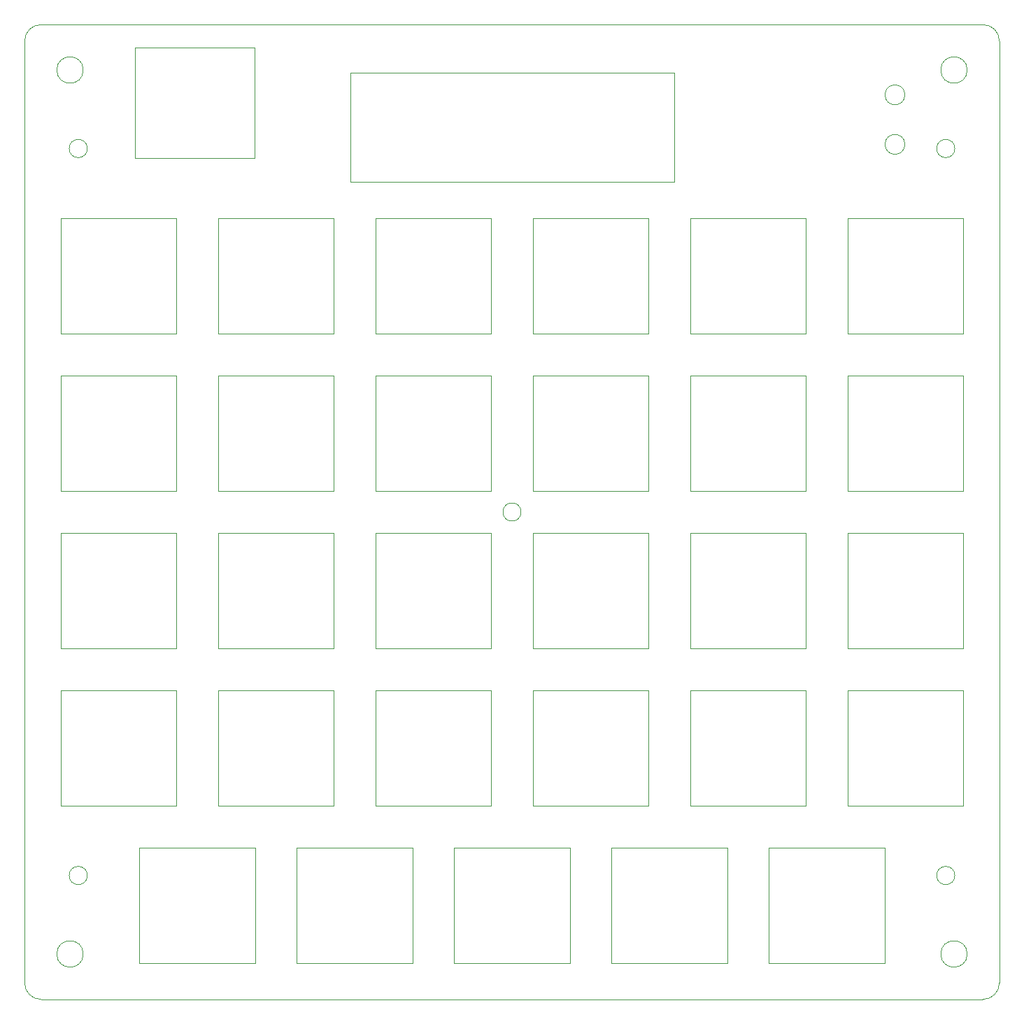
<source format=gbr>
%TF.GenerationSoftware,KiCad,Pcbnew,8.0.4*%
%TF.CreationDate,2024-09-16T13:52:17+09:00*%
%TF.ProjectId,yuiop29re-topplate,7975696f-7032-4397-9265-2d746f70706c,1*%
%TF.SameCoordinates,Original*%
%TF.FileFunction,Profile,NP*%
%FSLAX46Y46*%
G04 Gerber Fmt 4.6, Leading zero omitted, Abs format (unit mm)*
G04 Created by KiCad (PCBNEW 8.0.4) date 2024-09-16 13:52:17*
%MOMM*%
%LPD*%
G01*
G04 APERTURE LIST*
%TA.AperFunction,Profile*%
%ADD10C,0.050000*%
%TD*%
%TA.AperFunction,Profile*%
%ADD11C,0.120000*%
%TD*%
G04 APERTURE END LIST*
D10*
X130400000Y-46800000D02*
X169600000Y-46800000D01*
X169600000Y-60000000D01*
X130400000Y-60000000D01*
X130400000Y-46800000D01*
X197555000Y-55502000D02*
G75*
G02*
X195155000Y-55502000I-1200000J0D01*
G01*
X195155000Y-55502000D02*
G75*
G02*
X197555000Y-55502000I1200000J0D01*
G01*
X203600000Y-144000000D02*
G75*
G02*
X201400000Y-144000000I-1100000J0D01*
G01*
X201400000Y-144000000D02*
G75*
G02*
X203600000Y-144000000I1100000J0D01*
G01*
X151100000Y-100000000D02*
G75*
G02*
X148900000Y-100000000I-1100000J0D01*
G01*
X148900000Y-100000000D02*
G75*
G02*
X151100000Y-100000000I1100000J0D01*
G01*
X209000000Y-157000000D02*
G75*
G02*
X207000000Y-159000000I-2000000J0D01*
G01*
X205100000Y-153500000D02*
G75*
G02*
X201900000Y-153500000I-1600000J0D01*
G01*
X201900000Y-153500000D02*
G75*
G02*
X205100000Y-153500000I1600000J0D01*
G01*
X91000000Y-157000000D02*
X91000000Y-43000000D01*
X98100000Y-46500000D02*
G75*
G02*
X94900000Y-46500000I-1600000J0D01*
G01*
X94900000Y-46500000D02*
G75*
G02*
X98100000Y-46500000I1600000J0D01*
G01*
X98600000Y-144000000D02*
G75*
G02*
X96400000Y-144000000I-1100000J0D01*
G01*
X96400000Y-144000000D02*
G75*
G02*
X98600000Y-144000000I1100000J0D01*
G01*
X203600000Y-56000000D02*
G75*
G02*
X201400000Y-56000000I-1100000J0D01*
G01*
X201400000Y-56000000D02*
G75*
G02*
X203600000Y-56000000I1100000J0D01*
G01*
X207000000Y-41000000D02*
G75*
G02*
X209000000Y-43000000I0J-2000000D01*
G01*
X98600000Y-56000000D02*
G75*
G02*
X96400000Y-56000000I-1100000J0D01*
G01*
X96400000Y-56000000D02*
G75*
G02*
X98600000Y-56000000I1100000J0D01*
G01*
X104400000Y-43800000D02*
X118800000Y-43800000D01*
X118800000Y-57200000D01*
X104400000Y-57200000D01*
X104400000Y-43800000D01*
X197555000Y-49502000D02*
G75*
G02*
X195155000Y-49502000I-1200000J0D01*
G01*
X195155000Y-49502000D02*
G75*
G02*
X197555000Y-49502000I1200000J0D01*
G01*
X93000000Y-41000000D02*
X207000000Y-41000000D01*
X209000000Y-43000000D02*
X209000000Y-157000000D01*
X91000000Y-43000000D02*
G75*
G02*
X93000000Y-41000000I2000000J0D01*
G01*
X93000000Y-159000000D02*
G75*
G02*
X91000000Y-157000000I0J2000000D01*
G01*
X205100000Y-46500000D02*
G75*
G02*
X201900000Y-46500000I-1600000J0D01*
G01*
X201900000Y-46500000D02*
G75*
G02*
X205100000Y-46500000I1600000J0D01*
G01*
X98100000Y-153500000D02*
G75*
G02*
X94900000Y-153500000I-1600000J0D01*
G01*
X94900000Y-153500000D02*
G75*
G02*
X98100000Y-153500000I1600000J0D01*
G01*
X207000000Y-159000000D02*
X93000000Y-159000000D01*
D11*
%TO.C,KSW12*%
X190614600Y-83464600D02*
X190614600Y-97485400D01*
X190614600Y-97485400D02*
X204635400Y-97485400D01*
X204635400Y-83464600D02*
X190614600Y-83464600D01*
X204635400Y-97485400D02*
X204635400Y-83464600D01*
%TO.C,KSW21*%
X133464600Y-121564600D02*
X133464600Y-135585400D01*
X133464600Y-135585400D02*
X147485400Y-135585400D01*
X147485400Y-121564600D02*
X133464600Y-121564600D01*
X147485400Y-135585400D02*
X147485400Y-121564600D01*
%TO.C,KSW16*%
X152514600Y-102514600D02*
X152514600Y-116535400D01*
X152514600Y-116535400D02*
X166535400Y-116535400D01*
X166535400Y-102514600D02*
X152514600Y-102514600D01*
X166535400Y-116535400D02*
X166535400Y-102514600D01*
%TO.C,KSW11*%
X171564600Y-83464600D02*
X171564600Y-97485400D01*
X171564600Y-97485400D02*
X185585400Y-97485400D01*
X185585400Y-83464600D02*
X171564600Y-83464600D01*
X185585400Y-97485400D02*
X185585400Y-83464600D01*
%TO.C,KSW15*%
X133464600Y-102514600D02*
X133464600Y-116535400D01*
X133464600Y-116535400D02*
X147485400Y-116535400D01*
X147485400Y-102514600D02*
X133464600Y-102514600D01*
X147485400Y-116535400D02*
X147485400Y-102514600D01*
%TO.C,KSW9*%
X133464600Y-83464600D02*
X133464600Y-97485400D01*
X133464600Y-97485400D02*
X147485400Y-97485400D01*
X147485400Y-83464600D02*
X133464600Y-83464600D01*
X147485400Y-97485400D02*
X147485400Y-83464600D01*
%TO.C,KSW18*%
X190614600Y-102514600D02*
X190614600Y-116535400D01*
X190614600Y-116535400D02*
X204635400Y-116535400D01*
X204635400Y-102514600D02*
X190614600Y-102514600D01*
X204635400Y-116535400D02*
X204635400Y-102514600D01*
%TO.C,KSW1*%
X95364600Y-64414600D02*
X95364600Y-78435400D01*
X95364600Y-78435400D02*
X109385400Y-78435400D01*
X109385400Y-64414600D02*
X95364600Y-64414600D01*
X109385400Y-78435400D02*
X109385400Y-64414600D01*
%TO.C,KSW27*%
X142989600Y-140614600D02*
X142989600Y-154635400D01*
X142989600Y-154635400D02*
X157010400Y-154635400D01*
X157010400Y-140614600D02*
X142989600Y-140614600D01*
X157010400Y-154635400D02*
X157010400Y-140614600D01*
%TO.C,KSW24*%
X190614600Y-121564600D02*
X190614600Y-135585400D01*
X190614600Y-135585400D02*
X204635400Y-135585400D01*
X204635400Y-121564600D02*
X190614600Y-121564600D01*
X204635400Y-135585400D02*
X204635400Y-121564600D01*
%TO.C,KSW28*%
X162039600Y-140614600D02*
X162039600Y-154635400D01*
X162039600Y-154635400D02*
X176060400Y-154635400D01*
X176060400Y-140614600D02*
X162039600Y-140614600D01*
X176060400Y-154635400D02*
X176060400Y-140614600D01*
%TO.C,KSW25*%
X104889600Y-140614600D02*
X104889600Y-154635400D01*
X104889600Y-154635400D02*
X118910400Y-154635400D01*
X118910400Y-140614600D02*
X104889600Y-140614600D01*
X118910400Y-154635400D02*
X118910400Y-140614600D01*
%TO.C,KSW10*%
X152514600Y-83464600D02*
X152514600Y-97485400D01*
X152514600Y-97485400D02*
X166535400Y-97485400D01*
X166535400Y-83464600D02*
X152514600Y-83464600D01*
X166535400Y-97485400D02*
X166535400Y-83464600D01*
%TO.C,KSW19*%
X95364600Y-121564600D02*
X95364600Y-135585400D01*
X95364600Y-135585400D02*
X109385400Y-135585400D01*
X109385400Y-121564600D02*
X95364600Y-121564600D01*
X109385400Y-135585400D02*
X109385400Y-121564600D01*
%TO.C,KSW4*%
X152514600Y-64414600D02*
X152514600Y-78435400D01*
X152514600Y-78435400D02*
X166535400Y-78435400D01*
X166535400Y-64414600D02*
X152514600Y-64414600D01*
X166535400Y-78435400D02*
X166535400Y-64414600D01*
%TO.C,KSW22*%
X152514600Y-121564600D02*
X152514600Y-135585400D01*
X152514600Y-135585400D02*
X166535400Y-135585400D01*
X166535400Y-121564600D02*
X152514600Y-121564600D01*
X166535400Y-135585400D02*
X166535400Y-121564600D01*
%TO.C,KSW14*%
X114414600Y-102514600D02*
X114414600Y-116535400D01*
X114414600Y-116535400D02*
X128435400Y-116535400D01*
X128435400Y-102514600D02*
X114414600Y-102514600D01*
X128435400Y-116535400D02*
X128435400Y-102514600D01*
%TO.C,KSW20*%
X114414600Y-121564600D02*
X114414600Y-135585400D01*
X114414600Y-135585400D02*
X128435400Y-135585400D01*
X128435400Y-121564600D02*
X114414600Y-121564600D01*
X128435400Y-135585400D02*
X128435400Y-121564600D01*
%TO.C,KSW13*%
X95364600Y-102514600D02*
X95364600Y-116535400D01*
X95364600Y-116535400D02*
X109385400Y-116535400D01*
X109385400Y-102514600D02*
X95364600Y-102514600D01*
X109385400Y-116535400D02*
X109385400Y-102514600D01*
%TO.C,KSW23*%
X171564600Y-121564600D02*
X171564600Y-135585400D01*
X171564600Y-135585400D02*
X185585400Y-135585400D01*
X185585400Y-121564600D02*
X171564600Y-121564600D01*
X185585400Y-135585400D02*
X185585400Y-121564600D01*
%TO.C,KSW29*%
X181089600Y-140614600D02*
X181089600Y-154635400D01*
X181089600Y-154635400D02*
X195110400Y-154635400D01*
X195110400Y-140614600D02*
X181089600Y-140614600D01*
X195110400Y-154635400D02*
X195110400Y-140614600D01*
%TO.C,KSW6*%
X190614600Y-64414600D02*
X190614600Y-78435400D01*
X190614600Y-78435400D02*
X204635400Y-78435400D01*
X204635400Y-64414600D02*
X190614600Y-64414600D01*
X204635400Y-78435400D02*
X204635400Y-64414600D01*
%TO.C,KSW2*%
X114414600Y-64414600D02*
X114414600Y-78435400D01*
X114414600Y-78435400D02*
X128435400Y-78435400D01*
X128435400Y-64414600D02*
X114414600Y-64414600D01*
X128435400Y-78435400D02*
X128435400Y-64414600D01*
%TO.C,KSW3*%
X133464600Y-64414600D02*
X133464600Y-78435400D01*
X133464600Y-78435400D02*
X147485400Y-78435400D01*
X147485400Y-64414600D02*
X133464600Y-64414600D01*
X147485400Y-78435400D02*
X147485400Y-64414600D01*
%TO.C,KSW17*%
X171564600Y-102514600D02*
X171564600Y-116535400D01*
X171564600Y-116535400D02*
X185585400Y-116535400D01*
X185585400Y-102514600D02*
X171564600Y-102514600D01*
X185585400Y-116535400D02*
X185585400Y-102514600D01*
%TO.C,KSW7*%
X95364600Y-83464600D02*
X95364600Y-97485400D01*
X95364600Y-97485400D02*
X109385400Y-97485400D01*
X109385400Y-83464600D02*
X95364600Y-83464600D01*
X109385400Y-97485400D02*
X109385400Y-83464600D01*
%TO.C,KSW5*%
X171564600Y-64414600D02*
X171564600Y-78435400D01*
X171564600Y-78435400D02*
X185585400Y-78435400D01*
X185585400Y-64414600D02*
X171564600Y-64414600D01*
X185585400Y-78435400D02*
X185585400Y-64414600D01*
%TO.C,KSW26*%
X123939600Y-140614600D02*
X123939600Y-154635400D01*
X123939600Y-154635400D02*
X137960400Y-154635400D01*
X137960400Y-140614600D02*
X123939600Y-140614600D01*
X137960400Y-154635400D02*
X137960400Y-140614600D01*
%TO.C,KSW8*%
X114414600Y-83464600D02*
X114414600Y-97485400D01*
X114414600Y-97485400D02*
X128435400Y-97485400D01*
X128435400Y-83464600D02*
X114414600Y-83464600D01*
X128435400Y-97485400D02*
X128435400Y-83464600D01*
%TD*%
M02*

</source>
